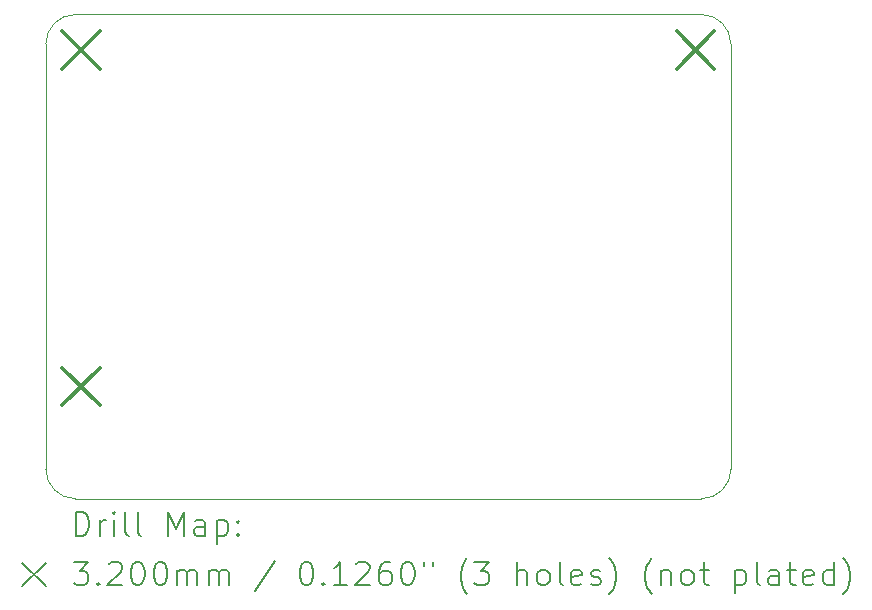
<source format=gbr>
%FSLAX45Y45*%
G04 Gerber Fmt 4.5, Leading zero omitted, Abs format (unit mm)*
G04 Created by KiCad (PCBNEW 5.99.0-unknown-04793924d~104~ubuntu20.04.1) date 2020-11-08 20:52:51*
%MOMM*%
%LPD*%
G01*
G04 APERTURE LIST*
%TA.AperFunction,Profile*%
%ADD10C,0.050000*%
%TD*%
%ADD11C,0.200000*%
%ADD12C,0.320000*%
G04 APERTURE END LIST*
D10*
X14550000Y-13600000D02*
X9250000Y-13600000D01*
X9000000Y-13350000D02*
X9000000Y-9750000D01*
X9000000Y-9750000D02*
G75*
G02*
X9250000Y-9500000I250000J0D01*
G01*
X9250000Y-9500000D02*
X14550000Y-9500000D01*
X14800000Y-9750000D02*
X14800000Y-13350000D01*
X9250000Y-13600000D02*
G75*
G02*
X9000000Y-13350000I0J250000D01*
G01*
X14550000Y-9500000D02*
G75*
G02*
X14800000Y-9750000I0J-250000D01*
G01*
X14800000Y-13350000D02*
G75*
G02*
X14550000Y-13600000I-250000J0D01*
G01*
D11*
D12*
X14340000Y-9640000D02*
X14660000Y-9960000D01*
X14660000Y-9640000D02*
X14340000Y-9960000D01*
X9140000Y-12490000D02*
X9460000Y-12810000D01*
X9460000Y-12490000D02*
X9140000Y-12810000D01*
X9140000Y-9640000D02*
X9460000Y-9960000D01*
X9460000Y-9640000D02*
X9140000Y-9960000D01*
D11*
X9255119Y-13912976D02*
X9255119Y-13712976D01*
X9302738Y-13712976D01*
X9331309Y-13722500D01*
X9350357Y-13741548D01*
X9359881Y-13760595D01*
X9369405Y-13798690D01*
X9369405Y-13827262D01*
X9359881Y-13865357D01*
X9350357Y-13884405D01*
X9331309Y-13903452D01*
X9302738Y-13912976D01*
X9255119Y-13912976D01*
X9455119Y-13912976D02*
X9455119Y-13779643D01*
X9455119Y-13817738D02*
X9464643Y-13798690D01*
X9474167Y-13789167D01*
X9493214Y-13779643D01*
X9512262Y-13779643D01*
X9578928Y-13912976D02*
X9578928Y-13779643D01*
X9578928Y-13712976D02*
X9569405Y-13722500D01*
X9578928Y-13732024D01*
X9588452Y-13722500D01*
X9578928Y-13712976D01*
X9578928Y-13732024D01*
X9702738Y-13912976D02*
X9683690Y-13903452D01*
X9674167Y-13884405D01*
X9674167Y-13712976D01*
X9807500Y-13912976D02*
X9788452Y-13903452D01*
X9778928Y-13884405D01*
X9778928Y-13712976D01*
X10036071Y-13912976D02*
X10036071Y-13712976D01*
X10102738Y-13855833D01*
X10169405Y-13712976D01*
X10169405Y-13912976D01*
X10350357Y-13912976D02*
X10350357Y-13808214D01*
X10340833Y-13789167D01*
X10321786Y-13779643D01*
X10283690Y-13779643D01*
X10264643Y-13789167D01*
X10350357Y-13903452D02*
X10331309Y-13912976D01*
X10283690Y-13912976D01*
X10264643Y-13903452D01*
X10255119Y-13884405D01*
X10255119Y-13865357D01*
X10264643Y-13846310D01*
X10283690Y-13836786D01*
X10331309Y-13836786D01*
X10350357Y-13827262D01*
X10445595Y-13779643D02*
X10445595Y-13979643D01*
X10445595Y-13789167D02*
X10464643Y-13779643D01*
X10502738Y-13779643D01*
X10521786Y-13789167D01*
X10531309Y-13798690D01*
X10540833Y-13817738D01*
X10540833Y-13874881D01*
X10531309Y-13893929D01*
X10521786Y-13903452D01*
X10502738Y-13912976D01*
X10464643Y-13912976D01*
X10445595Y-13903452D01*
X10626548Y-13893929D02*
X10636071Y-13903452D01*
X10626548Y-13912976D01*
X10617024Y-13903452D01*
X10626548Y-13893929D01*
X10626548Y-13912976D01*
X10626548Y-13789167D02*
X10636071Y-13798690D01*
X10626548Y-13808214D01*
X10617024Y-13798690D01*
X10626548Y-13789167D01*
X10626548Y-13808214D01*
X8797500Y-14142500D02*
X8997500Y-14342500D01*
X8997500Y-14142500D02*
X8797500Y-14342500D01*
X9236071Y-14132976D02*
X9359881Y-14132976D01*
X9293214Y-14209167D01*
X9321786Y-14209167D01*
X9340833Y-14218690D01*
X9350357Y-14228214D01*
X9359881Y-14247262D01*
X9359881Y-14294881D01*
X9350357Y-14313929D01*
X9340833Y-14323452D01*
X9321786Y-14332976D01*
X9264643Y-14332976D01*
X9245595Y-14323452D01*
X9236071Y-14313929D01*
X9445595Y-14313929D02*
X9455119Y-14323452D01*
X9445595Y-14332976D01*
X9436071Y-14323452D01*
X9445595Y-14313929D01*
X9445595Y-14332976D01*
X9531309Y-14152024D02*
X9540833Y-14142500D01*
X9559881Y-14132976D01*
X9607500Y-14132976D01*
X9626548Y-14142500D01*
X9636071Y-14152024D01*
X9645595Y-14171071D01*
X9645595Y-14190119D01*
X9636071Y-14218690D01*
X9521786Y-14332976D01*
X9645595Y-14332976D01*
X9769405Y-14132976D02*
X9788452Y-14132976D01*
X9807500Y-14142500D01*
X9817024Y-14152024D01*
X9826548Y-14171071D01*
X9836071Y-14209167D01*
X9836071Y-14256786D01*
X9826548Y-14294881D01*
X9817024Y-14313929D01*
X9807500Y-14323452D01*
X9788452Y-14332976D01*
X9769405Y-14332976D01*
X9750357Y-14323452D01*
X9740833Y-14313929D01*
X9731309Y-14294881D01*
X9721786Y-14256786D01*
X9721786Y-14209167D01*
X9731309Y-14171071D01*
X9740833Y-14152024D01*
X9750357Y-14142500D01*
X9769405Y-14132976D01*
X9959881Y-14132976D02*
X9978928Y-14132976D01*
X9997976Y-14142500D01*
X10007500Y-14152024D01*
X10017024Y-14171071D01*
X10026548Y-14209167D01*
X10026548Y-14256786D01*
X10017024Y-14294881D01*
X10007500Y-14313929D01*
X9997976Y-14323452D01*
X9978928Y-14332976D01*
X9959881Y-14332976D01*
X9940833Y-14323452D01*
X9931309Y-14313929D01*
X9921786Y-14294881D01*
X9912262Y-14256786D01*
X9912262Y-14209167D01*
X9921786Y-14171071D01*
X9931309Y-14152024D01*
X9940833Y-14142500D01*
X9959881Y-14132976D01*
X10112262Y-14332976D02*
X10112262Y-14199643D01*
X10112262Y-14218690D02*
X10121786Y-14209167D01*
X10140833Y-14199643D01*
X10169405Y-14199643D01*
X10188452Y-14209167D01*
X10197976Y-14228214D01*
X10197976Y-14332976D01*
X10197976Y-14228214D02*
X10207500Y-14209167D01*
X10226548Y-14199643D01*
X10255119Y-14199643D01*
X10274167Y-14209167D01*
X10283690Y-14228214D01*
X10283690Y-14332976D01*
X10378928Y-14332976D02*
X10378928Y-14199643D01*
X10378928Y-14218690D02*
X10388452Y-14209167D01*
X10407500Y-14199643D01*
X10436071Y-14199643D01*
X10455119Y-14209167D01*
X10464643Y-14228214D01*
X10464643Y-14332976D01*
X10464643Y-14228214D02*
X10474167Y-14209167D01*
X10493214Y-14199643D01*
X10521786Y-14199643D01*
X10540833Y-14209167D01*
X10550357Y-14228214D01*
X10550357Y-14332976D01*
X10940833Y-14123452D02*
X10769405Y-14380595D01*
X11197976Y-14132976D02*
X11217024Y-14132976D01*
X11236071Y-14142500D01*
X11245595Y-14152024D01*
X11255119Y-14171071D01*
X11264643Y-14209167D01*
X11264643Y-14256786D01*
X11255119Y-14294881D01*
X11245595Y-14313929D01*
X11236071Y-14323452D01*
X11217024Y-14332976D01*
X11197976Y-14332976D01*
X11178928Y-14323452D01*
X11169405Y-14313929D01*
X11159881Y-14294881D01*
X11150357Y-14256786D01*
X11150357Y-14209167D01*
X11159881Y-14171071D01*
X11169405Y-14152024D01*
X11178928Y-14142500D01*
X11197976Y-14132976D01*
X11350357Y-14313929D02*
X11359881Y-14323452D01*
X11350357Y-14332976D01*
X11340833Y-14323452D01*
X11350357Y-14313929D01*
X11350357Y-14332976D01*
X11550357Y-14332976D02*
X11436071Y-14332976D01*
X11493214Y-14332976D02*
X11493214Y-14132976D01*
X11474166Y-14161548D01*
X11455119Y-14180595D01*
X11436071Y-14190119D01*
X11626547Y-14152024D02*
X11636071Y-14142500D01*
X11655119Y-14132976D01*
X11702738Y-14132976D01*
X11721786Y-14142500D01*
X11731309Y-14152024D01*
X11740833Y-14171071D01*
X11740833Y-14190119D01*
X11731309Y-14218690D01*
X11617024Y-14332976D01*
X11740833Y-14332976D01*
X11912262Y-14132976D02*
X11874166Y-14132976D01*
X11855119Y-14142500D01*
X11845595Y-14152024D01*
X11826547Y-14180595D01*
X11817024Y-14218690D01*
X11817024Y-14294881D01*
X11826547Y-14313929D01*
X11836071Y-14323452D01*
X11855119Y-14332976D01*
X11893214Y-14332976D01*
X11912262Y-14323452D01*
X11921786Y-14313929D01*
X11931309Y-14294881D01*
X11931309Y-14247262D01*
X11921786Y-14228214D01*
X11912262Y-14218690D01*
X11893214Y-14209167D01*
X11855119Y-14209167D01*
X11836071Y-14218690D01*
X11826547Y-14228214D01*
X11817024Y-14247262D01*
X12055119Y-14132976D02*
X12074166Y-14132976D01*
X12093214Y-14142500D01*
X12102738Y-14152024D01*
X12112262Y-14171071D01*
X12121786Y-14209167D01*
X12121786Y-14256786D01*
X12112262Y-14294881D01*
X12102738Y-14313929D01*
X12093214Y-14323452D01*
X12074166Y-14332976D01*
X12055119Y-14332976D01*
X12036071Y-14323452D01*
X12026547Y-14313929D01*
X12017024Y-14294881D01*
X12007500Y-14256786D01*
X12007500Y-14209167D01*
X12017024Y-14171071D01*
X12026547Y-14152024D01*
X12036071Y-14142500D01*
X12055119Y-14132976D01*
X12197976Y-14132976D02*
X12197976Y-14171071D01*
X12274166Y-14132976D02*
X12274166Y-14171071D01*
X12569405Y-14409167D02*
X12559881Y-14399643D01*
X12540833Y-14371071D01*
X12531309Y-14352024D01*
X12521786Y-14323452D01*
X12512262Y-14275833D01*
X12512262Y-14237738D01*
X12521786Y-14190119D01*
X12531309Y-14161548D01*
X12540833Y-14142500D01*
X12559881Y-14113929D01*
X12569405Y-14104405D01*
X12626547Y-14132976D02*
X12750357Y-14132976D01*
X12683690Y-14209167D01*
X12712262Y-14209167D01*
X12731309Y-14218690D01*
X12740833Y-14228214D01*
X12750357Y-14247262D01*
X12750357Y-14294881D01*
X12740833Y-14313929D01*
X12731309Y-14323452D01*
X12712262Y-14332976D01*
X12655119Y-14332976D01*
X12636071Y-14323452D01*
X12626547Y-14313929D01*
X12988452Y-14332976D02*
X12988452Y-14132976D01*
X13074166Y-14332976D02*
X13074166Y-14228214D01*
X13064643Y-14209167D01*
X13045595Y-14199643D01*
X13017024Y-14199643D01*
X12997976Y-14209167D01*
X12988452Y-14218690D01*
X13197976Y-14332976D02*
X13178928Y-14323452D01*
X13169405Y-14313929D01*
X13159881Y-14294881D01*
X13159881Y-14237738D01*
X13169405Y-14218690D01*
X13178928Y-14209167D01*
X13197976Y-14199643D01*
X13226547Y-14199643D01*
X13245595Y-14209167D01*
X13255119Y-14218690D01*
X13264643Y-14237738D01*
X13264643Y-14294881D01*
X13255119Y-14313929D01*
X13245595Y-14323452D01*
X13226547Y-14332976D01*
X13197976Y-14332976D01*
X13378928Y-14332976D02*
X13359881Y-14323452D01*
X13350357Y-14304405D01*
X13350357Y-14132976D01*
X13531309Y-14323452D02*
X13512262Y-14332976D01*
X13474166Y-14332976D01*
X13455119Y-14323452D01*
X13445595Y-14304405D01*
X13445595Y-14228214D01*
X13455119Y-14209167D01*
X13474166Y-14199643D01*
X13512262Y-14199643D01*
X13531309Y-14209167D01*
X13540833Y-14228214D01*
X13540833Y-14247262D01*
X13445595Y-14266310D01*
X13617024Y-14323452D02*
X13636071Y-14332976D01*
X13674166Y-14332976D01*
X13693214Y-14323452D01*
X13702738Y-14304405D01*
X13702738Y-14294881D01*
X13693214Y-14275833D01*
X13674166Y-14266310D01*
X13645595Y-14266310D01*
X13626547Y-14256786D01*
X13617024Y-14237738D01*
X13617024Y-14228214D01*
X13626547Y-14209167D01*
X13645595Y-14199643D01*
X13674166Y-14199643D01*
X13693214Y-14209167D01*
X13769405Y-14409167D02*
X13778928Y-14399643D01*
X13797976Y-14371071D01*
X13807500Y-14352024D01*
X13817024Y-14323452D01*
X13826547Y-14275833D01*
X13826547Y-14237738D01*
X13817024Y-14190119D01*
X13807500Y-14161548D01*
X13797976Y-14142500D01*
X13778928Y-14113929D01*
X13769405Y-14104405D01*
X14131309Y-14409167D02*
X14121786Y-14399643D01*
X14102738Y-14371071D01*
X14093214Y-14352024D01*
X14083690Y-14323452D01*
X14074166Y-14275833D01*
X14074166Y-14237738D01*
X14083690Y-14190119D01*
X14093214Y-14161548D01*
X14102738Y-14142500D01*
X14121786Y-14113929D01*
X14131309Y-14104405D01*
X14207500Y-14199643D02*
X14207500Y-14332976D01*
X14207500Y-14218690D02*
X14217024Y-14209167D01*
X14236071Y-14199643D01*
X14264643Y-14199643D01*
X14283690Y-14209167D01*
X14293214Y-14228214D01*
X14293214Y-14332976D01*
X14417024Y-14332976D02*
X14397976Y-14323452D01*
X14388452Y-14313929D01*
X14378928Y-14294881D01*
X14378928Y-14237738D01*
X14388452Y-14218690D01*
X14397976Y-14209167D01*
X14417024Y-14199643D01*
X14445595Y-14199643D01*
X14464643Y-14209167D01*
X14474166Y-14218690D01*
X14483690Y-14237738D01*
X14483690Y-14294881D01*
X14474166Y-14313929D01*
X14464643Y-14323452D01*
X14445595Y-14332976D01*
X14417024Y-14332976D01*
X14540833Y-14199643D02*
X14617024Y-14199643D01*
X14569405Y-14132976D02*
X14569405Y-14304405D01*
X14578928Y-14323452D01*
X14597976Y-14332976D01*
X14617024Y-14332976D01*
X14836071Y-14199643D02*
X14836071Y-14399643D01*
X14836071Y-14209167D02*
X14855119Y-14199643D01*
X14893214Y-14199643D01*
X14912262Y-14209167D01*
X14921786Y-14218690D01*
X14931309Y-14237738D01*
X14931309Y-14294881D01*
X14921786Y-14313929D01*
X14912262Y-14323452D01*
X14893214Y-14332976D01*
X14855119Y-14332976D01*
X14836071Y-14323452D01*
X15045595Y-14332976D02*
X15026547Y-14323452D01*
X15017024Y-14304405D01*
X15017024Y-14132976D01*
X15207500Y-14332976D02*
X15207500Y-14228214D01*
X15197976Y-14209167D01*
X15178928Y-14199643D01*
X15140833Y-14199643D01*
X15121786Y-14209167D01*
X15207500Y-14323452D02*
X15188452Y-14332976D01*
X15140833Y-14332976D01*
X15121786Y-14323452D01*
X15112262Y-14304405D01*
X15112262Y-14285357D01*
X15121786Y-14266310D01*
X15140833Y-14256786D01*
X15188452Y-14256786D01*
X15207500Y-14247262D01*
X15274166Y-14199643D02*
X15350357Y-14199643D01*
X15302738Y-14132976D02*
X15302738Y-14304405D01*
X15312262Y-14323452D01*
X15331309Y-14332976D01*
X15350357Y-14332976D01*
X15493214Y-14323452D02*
X15474166Y-14332976D01*
X15436071Y-14332976D01*
X15417024Y-14323452D01*
X15407500Y-14304405D01*
X15407500Y-14228214D01*
X15417024Y-14209167D01*
X15436071Y-14199643D01*
X15474166Y-14199643D01*
X15493214Y-14209167D01*
X15502738Y-14228214D01*
X15502738Y-14247262D01*
X15407500Y-14266310D01*
X15674166Y-14332976D02*
X15674166Y-14132976D01*
X15674166Y-14323452D02*
X15655119Y-14332976D01*
X15617024Y-14332976D01*
X15597976Y-14323452D01*
X15588452Y-14313929D01*
X15578928Y-14294881D01*
X15578928Y-14237738D01*
X15588452Y-14218690D01*
X15597976Y-14209167D01*
X15617024Y-14199643D01*
X15655119Y-14199643D01*
X15674166Y-14209167D01*
X15750357Y-14409167D02*
X15759881Y-14399643D01*
X15778928Y-14371071D01*
X15788452Y-14352024D01*
X15797976Y-14323452D01*
X15807500Y-14275833D01*
X15807500Y-14237738D01*
X15797976Y-14190119D01*
X15788452Y-14161548D01*
X15778928Y-14142500D01*
X15759881Y-14113929D01*
X15750357Y-14104405D01*
M02*

</source>
